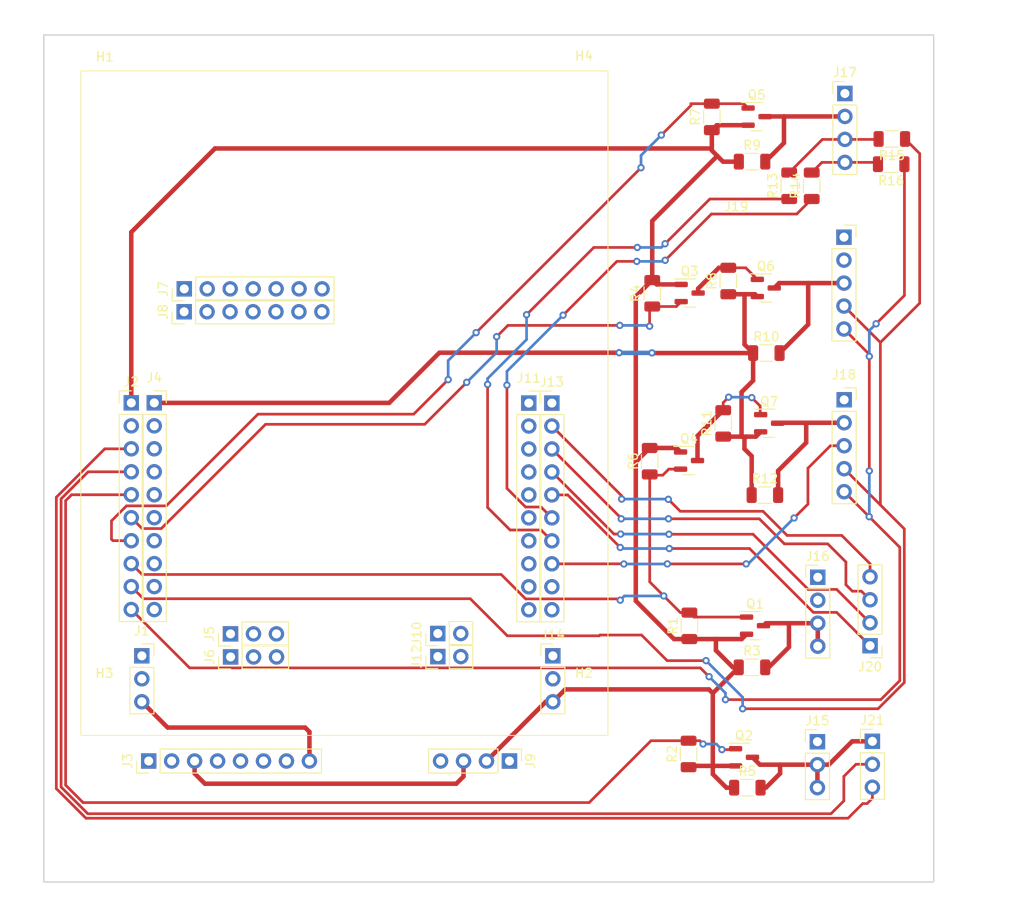
<source format=kicad_pcb>
(kicad_pcb (version 20211014) (generator pcbnew)
  (layers (0 "F.Cu" signal) (31 "B.Cu" power) (34 "B.Paste" user) (35 "F.Paste" user) (36 "B.SilkS" user "B.Silkscreen") (37 "F.SilkS" user "F.Silkscreen") (38 "B.Mask" user) (39 "F.Mask" user) (44 "Edge.Cuts" user))
  (net 0 "")
  (net 1 "GND")
  (net 2 "5V")
  (net 3 "3.3V")
  (net 5 "RX")
  (net 6 "TX")
  (net 7 "SMARTMESH_SLEEP")
  (net 8 "PM_SLEEP")
  (net 9 "CO2_SLEEP")
  (net 10 "ANEM_SLEEP")
  (net 11 "I2C_0 SCL")
  (net 12 "I2C_0 SDA")
  (net 14 "BAT")
  (net 60 "ULTRA_ECHO_2")
  (net 61 "ULTRA_TRIG_2")
  (net 62 "ULTRA_ECHO_1")
  (net 63 "ULTRA_TRIG_1")
  (net 64 "I2C_1 SDA")
  (net 65 "I2C_1 SCL")
  (net 66 "HOT_WIRE")
  (net 69 "Net-(J15-Pad2)")
  (net 70 "Net-(J16-Pad3)")
  (net 71 "Net-(J17-Pad2)")
  (net 72 "Net-(J18-Pad2)")
  (net 73 "Net-(J19-Pad3)")
  (net 74 "Net-(Q3-Pad3)")
  (net 75 "Net-(Q4-Pad3)")
  (net 76 "Net-(J17-Pad3)")
  (net 77 "Net-(J17-Pad4)")
  (net 78 "5V+")
  (footprint "Connector_PinHeader_2.54mm:PinHeader_1x10_P2.54mm_Vertical" (layer "F.Cu") (at 112.99 96.48)
    (fp_text reference "J2")
    (fp_text value "Conn_01x10_Female")
  )
  (footprint "Connector_PinSocket_2.54mm:PinSocket_1x10_P2.54mm_Vertical" (layer "F.Cu") (at 115.53 96.48)
    (fp_text reference "J4")
    (fp_text value "Conn_01x10_Female")
  )
  (footprint "Resistor_SMD:R_1206_3216Metric" (layer "F.Cu") (at 197.11 67.29 180)
    (fp_text reference "R15")
    (fp_text value "0")
  )
  (footprint "Resistor_SMD:R_1206_3216Metric" (layer "F.Cu") (at 185.76 72.47 90)
    (fp_text reference "R13")
    (fp_text value "0")
  )
  (footprint "Connector_PinHeader_2.54mm:PinHeader_1x02_P2.54mm_Vertical" (layer "F.Cu") (at 146.895 121.99 90)
    (fp_text reference "J10")
    (fp_text value "Conn_01x02_Female")
  )
  (footprint "MountingHole:MountingHole_3.2mm_M3" (layer "F.Cu") (at 110.06 62.41)
    (fp_text reference "H1")
    (fp_text value "MountingHole")
  )
  (footprint "Resistor_SMD:R_1206_3216Metric" (layer "F.Cu") (at 181.13 139.04)
    (fp_text reference "R5")
    (fp_text value "0")
  )
  (footprint "Connector_PinHeader_2.54mm:PinHeader_1x07_P2.54mm_Vertical" (layer "F.Cu") (at 118.835 86.4 90)
    (fp_text reference "J8")
    (fp_text value "Conn_01x07_Female")
  )
  (footprint "Connector_PinHeader_2.54mm:PinHeader_1x04_P2.54mm_Vertical" (layer "F.Cu") (at 188.92 115.77)
    (fp_text reference "J16")
    (fp_text value "Conn_01x04_Female")
  )
  (footprint "Resistor_SMD:R_1206_3216Metric" (layer "F.Cu") (at 183.07 106.68)
    (fp_text reference "R12")
    (fp_text value "0")
  )
  (footprint "Connector_PinHeader_2.54mm:PinHeader_1x04_P2.54mm_Vertical" (layer "F.Cu") (at 194.7 123.34 180)
    (fp_text reference "J20")
    (fp_text value "Conn_01x04_Female")
  )
  (footprint "Connector_PinHeader_2.54mm:PinHeader_1x03_P2.54mm_Vertical" (layer "F.Cu") (at 123.965 122.03 90)
    (fp_text reference "J5")
    (fp_text value "Conn_01x03_Female")
  )
  (footprint "Package_TO_SOT_SMD:SOT-23" (layer "F.Cu") (at 182.15 64.82)
    (fp_text reference "Q5")
    (fp_text value "AO3401A")
  )
  (footprint "Resistor_SMD:R_1206_3216Metric" (layer "F.Cu") (at 188.25 72.47 90)
    (fp_text reference "R14")
    (fp_text value "0")
  )
  (footprint "Resistor_SMD:R_1206_3216Metric" (layer "F.Cu") (at 181.64 125.73)
    (fp_text reference "R3")
    (fp_text value "0")
  )
  (footprint "Connector_PinHeader_2.54mm:PinHeader_1x08_P2.54mm_Vertical" (layer "F.Cu") (at 114.915 136.09 90)
    (fp_text reference "J3")
    (fp_text value "Conn_01x08_Female")
  )
  (footprint "Package_TO_SOT_SMD:SOT-23" (layer "F.Cu") (at 180.76 135.68)
    (fp_text reference "Q2")
    (fp_text value "AO3401A")
  )
  (footprint "Resistor_SMD:R_1206_3216Metric" (layer "F.Cu") (at 170.33 102.93 90)
    (fp_text reference "R6")
    (fp_text value "47k")
  )
  (footprint "MountingHole:MountingHole_3.2mm_M3" (layer "F.Cu") (at 163.06 62.31)
    (fp_text reference "H4")
    (fp_text value "MountingHole")
  )
  (footprint "Package_TO_SOT_SMD:SOT-23" (layer "F.Cu") (at 183.17 83.77)
    (fp_text reference "Q6")
    (fp_text value "AO3401A")
  )
  (footprint "Connector_PinHeader_2.54mm:PinHeader_1x07_P2.54mm_Vertical" (layer "F.Cu") (at 118.85 83.87 90)
    (fp_text reference "J7")
    (fp_text value "Conn_01x07_Female")
  )
  (footprint "Package_TO_SOT_SMD:SOT-23" (layer "F.Cu") (at 181.98 121.12)
    (fp_text reference "Q1")
    (fp_text value "AO3401A")
  )
  (footprint "MountingHole:MountingHole_3.2mm_M3" (layer "F.Cu") (at 110.02 130.59)
    (fp_text reference "H3")
    (fp_text value "MountingHole")
  )
  (footprint "Connector_PinHeader_2.54mm:PinHeader_1x03_P2.54mm_Vertical" (layer "F.Cu") (at 194.96 133.915)
    (fp_text reference "J21")
    (fp_text value "Conn_01x03_Female")
  )
  (footprint "Connector_PinHeader_2.54mm:PinHeader_1x03_P2.54mm_Vertical" (layer "F.Cu") (at 188.88 133.955)
    (fp_text reference "J15")
    (fp_text value "Conn_01x03_Female")
  )
  (footprint "Resistor_SMD:R_1206_3216Metric" (layer "F.Cu") (at 178.46 98.75 90)
    (fp_text reference "R11")
    (fp_text value "47k")
  )
  (footprint "Package_TO_SOT_SMD:SOT-23" (layer "F.Cu") (at 183.54 98.73)
    (fp_text reference "Q7")
    (fp_text value "AO3401A")
  )
  (footprint "Connector_PinHeader_2.54mm:PinHeader_1x03_P2.54mm_Vertical" (layer "F.Cu") (at 159.62 124.46)
    (fp_text reference "J14")
    (fp_text value "Conn_01x03_Female")
  )
  (footprint "Connector_PinSocket_2.54mm:PinSocket_1x05_P2.54mm_Vertical" (layer "F.Cu") (at 191.815 78.15)
    (fp_text reference "J19")
    (fp_text value "Conn_01x05_Female")
  )
  (footprint "Package_TO_SOT_SMD:SOT-23" (layer "F.Cu") (at 174.75 84.33)
    (fp_text reference "Q3")
    (fp_text value "2N7002E")
  )
  (footprint "Resistor_SMD:R_1206_3216Metric" (layer "F.Cu") (at 197.04 70.08 180)
    (fp_text reference "R16")
    (fp_text value "0")
  )
  (footprint "Resistor_SMD:R_1206_3216Metric" (layer "F.Cu") (at 181.65 69.8)
    (fp_text reference "R9")
    (fp_text value "0")
  )
  (footprint "Resistor_SMD:R_1206_3216Metric" (layer "F.Cu") (at 177.2 64.85 90)
    (fp_text reference "R7")
    (fp_text value "47k")
  )
  (footprint "Connector_PinHeader_2.54mm:PinHeader_1x10_P2.54mm_Vertical" (layer "F.Cu") (at 159.51 96.5)
    (fp_text reference "J13")
    (fp_text value "Conn_01x10_Female")
  )
  (footprint "Connector_PinSocket_2.54mm:PinSocket_1x05_P2.54mm_Vertical" (layer "F.Cu") (at 191.835 96.14)
    (fp_text reference "J18")
    (fp_text value "Conn_01x05_Female")
  )
  (footprint "Resistor_SMD:R_1206_3216Metric" (layer "F.Cu") (at 183.23 90.97)
    (fp_text reference "R10")
    (fp_text value "0")
  )
  (footprint "Connector_PinHeader_2.54mm:PinHeader_1x04_P2.54mm_Vertical" (layer "F.Cu") (at 191.92 62.26)
    (fp_text reference "J17")
    (fp_text value "Conn_01x04_Female")
  )
  (footprint "Connector_PinHeader_2.54mm:PinHeader_1x04_P2.54mm_Vertical" (layer "F.Cu") (at 154.82 136.09 -90)
    (fp_text reference "J9")
    (fp_text value "Conn_01x04_Female")
  )
  (footprint "Connector_PinSocket_2.54mm:PinSocket_1x03_P2.54mm_Vertical" (layer "F.Cu") (at 114.16 124.46)
    (fp_text reference "J1")
    (fp_text value "Conn_01x03_Female")
  )
  (footprint "Connector_PinHeader_2.54mm:PinHeader_1x02_P2.54mm_Vertical" (layer "F.Cu") (at 146.9 124.54 90)
    (fp_text reference "J12")
    (fp_text value "Conn_01x02_Female")
  )
  (footprint "Resistor_SMD:R_1206_3216Metric" (layer "F.Cu") (at 174.72 121.14 90)
    (fp_text reference "R1")
    (fp_text value "47k")
  )
  (footprint "MountingHole:MountingHole_3.2mm_M3" (layer "F.Cu") (at 163.06 130.58)
    (fp_text reference "H2")
    (fp_text value "MountingHole")
  )
  (footprint "Resistor_SMD:R_1206_3216Metric" (layer "F.Cu") (at 179.02 83 90)
    (fp_text reference "R8")
    (fp_text value "47k")
  )
  (footprint "Resistor_SMD:R_1206_3216Metric" (layer "F.Cu") (at 174.63 135.31 90)
    (fp_text reference "R2")
    (fp_text value "47k")
  )
  (footprint "Package_TO_SOT_SMD:SOT-23" (layer "F.Cu") (at 174.68 102.86)
    (fp_text reference "Q4")
    (fp_text value "2N7002E")
  )
  (footprint "Connector_PinSocket_2.54mm:PinSocket_1x10_P2.54mm_Vertical" (layer "F.Cu") (at 156.96 96.5)
    (fp_text reference "J11")
    (fp_text value "Conn_01x10_Female")
  )
  (footprint "Connector_PinHeader_2.54mm:PinHeader_1x03_P2.54mm_Vertical" (layer "F.Cu") (at 123.975 124.58 90)
    (fp_text reference "J6")
    (fp_text value "Conn_01x03_Female")
  )
  (footprint "Resistor_SMD:R_1206_3216Metric" (layer "F.Cu") (at 170.61 84.36 90)
    (fp_text reference "R4")
    (fp_text value "47k")
  )
  (gr_rect locked (start 107.41 59.76) (end 165.71 133.26) (layer "F.SilkS") (width 0.1) (fill none))
  (gr_rect (start 103.32 55.79) (end 201.74 149.47) (layer "Edge.Cuts") (width 0.15) (fill none))
  (segment (start 181.7675 90.97) (end 170.6 90.97) (width 0.5) (layer "F.Cu") (net 2))
  (segment (start 181.6075 102.3675) (end 180.81 101.57) (width 0.5) (layer "F.Cu") (net 2))
  (segment (start 178.46 100.2125) (end 180.4875 100.2125) (width 0.5) (layer "F.Cu") (net 2))
  (segment (start 181.7675 94.0125) (end 180.4875 95.2925) (width 0.5) (layer "F.Cu") (net 2))
  (segment (start 180.81 101.57) (end 180.81 100.4) (width 0.5) (layer "F.Cu") (net 2))
  (segment (start 180.9975 100.2125) (end 182.07 100.2125) (width 0.5) (layer "F.Cu") (net 2))
  (segment (start 170.6 90.97) (end 170.58 90.95) (width 0.5) (layer "F.Cu") (net 2))
  (segment (start 182.07 100.2125) (end 182.6025 99.68) (width 0.5) (layer "F.Cu") (net 2))
  (segment (start 181.7675 90.97) (end 181.7675 94.0125) (width 0.5) (layer "F.Cu") (net 2))
  (segment (start 180.4875 95.2925) (end 180.4875 100.2125) (width 0.5) (layer "F.Cu") (net 2))
  (segment (start 147.07 90.93) (end 141.52 96.48) (width 0.5) (layer "F.Cu") (net 2))
  (segment (start 181.6075 106.68) (end 181.6075 102.3675) (width 0.5) (layer "F.Cu") (net 2))
  (segment (start 181.7675 90.97) (end 180.8175 90.02) (width 0.5) (layer "F.Cu") (net 2))
  (segment (start 180.4875 100.2125) (end 180.9975 100.2125) (width 0.5) (layer "F.Cu") (net 2))
  (segment (start 179.02 84.4625) (end 180.8175 84.4625) (width 0.5) (layer "F.Cu") (net 2))
  (segment (start 180.8175 84.4625) (end 181.975 84.4625) (width 0.5) (layer "F.Cu") (net 2))
  (segment (start 141.52 96.48) (end 115.53 96.48) (width 0.5) (layer "F.Cu") (net 2))
  (segment (start 180.81 100.4) (end 180.9975 100.2125) (width 0.5) (layer "F.Cu") (net 2))
  (segment (start 181.975 84.4625) (end 182.2325 84.72) (width 0.5) (layer "F.Cu") (net 2))
  (segment (start 166.95 90.93) (end 147.07 90.93) (width 0.5) (layer "F.Cu") (net 2))
  (segment (start 180.8175 90.02) (end 180.8175 84.4625) (width 0.5) (layer "F.Cu") (net 2))
  (via (at 170.58 90.95) (size 0.8) (drill 0.4) (layers "F.Cu" "B.Cu") (net 2))
  (via (at 166.95 90.93) (size 0.8) (drill 0.4) (layers "F.Cu" "B.Cu") (net 2))
  (segment (start 166.97 90.95) (end 166.95 90.93) (width 0.5) (layer "B.Cu") (net 2))
  (segment (start 170.58 90.95) (end 166.97 90.95) (width 0.5) (layer "B.Cu") (net 2))
  (segment (start 177.31 136.63) (end 174.7725 136.63) (width 0.5) (layer "F.Cu") (net 3))
  (segment (start 177.6525 123.8525) (end 177.6525 122.6025) (width 0.5) (layer "F.Cu") (net 3))
  (segment (start 181.2125 65.77) (end 177.7425 65.77) (width 0.5) (layer "F.Cu") (net 3))
  (segment (start 174.72 122.6025) (end 177.6525 122.6025) (width 0.5) (layer "F.Cu") (net 3))
  (segment (start 173.8125 83.38) (end 171.0925 83.38) (width 0.5) (layer "F.Cu") (net 3))
  (segment (start 122.25 68.34) (end 177.08 68.34) (width 0.5) (layer "F.Cu") (net 3))
  (segment (start 173.0125 122.6025) (end 174.72 122.6025) (width 0.5) (layer "F.Cu") (net 3))
  (segment (start 180.51 122.6025) (end 181.0425 122.07) (width 0.5) (layer "F.Cu") (net 3))
  (segment (start 152.28 136.09) (end 158.83 129.54) (width 0.5) (layer "F.Cu") (net 3))
  (segment (start 180.1875 69.8) (end 178.44 69.8) (width 0.5) (layer "F.Cu") (net 3))
  (segment (start 177.6525 122.6025) (end 180.51 122.6025) (width 0.5) (layer "F.Cu") (net 3))
  (segment (start 168.79 84.7175) (end 170.61 82.8975) (width 0.5) (layer "F.Cu") (net 3))
  (segment (start 112.99 77.6) (end 122.25 68.34) (width 0.5) (layer "F.Cu") (net 3))
  (segment (start 180.1775 125.73) (end 177.31 128.5975) (width 0.5) (layer "F.Cu") (net 3))
  (segment (start 168.79 103.0075) (end 168.79 118.38) (width 0.5) (layer "F.Cu") (net 3))
  (segment (start 173.3 101.4675) (end 173.7425 101.91) (width 0.5) (layer "F.Cu") (net 3))
  (segment (start 177.31 137.54) (end 177.31 136.63) (width 0.5) (layer "F.Cu") (net 3))
  (segment (start 177.2 68.22) (end 177.2 66.3125) (width 0.5) (layer "F.Cu") (net 3))
  (segment (start 171.0925 83.38) (end 170.61 82.8975) (width 0.5) (layer "F.Cu") (net 3))
  (segment (start 177.08 68.34) (end 177.2 68.22) (width 0.5) (layer "F.Cu") (net 3))
  (segment (start 170.33 101.4675) (end 173.3 101.4675) (width 0.5) (layer "F.Cu") (net 3))
  (segment (start 160.99 128.17) (end 176.8825 128.17) (width 0.5) (layer "F.Cu") (net 3))
  (segment (start 168.79 118.38) (end 173.0125 122.6025) (width 0.5) (layer "F.Cu") (net 3))
  (segment (start 178.81 139.04) (end 177.31 137.54) (width 0.5) (layer "F.Cu") (net 3))
  (segment (start 176.8825 128.17) (end 177.31 128.5975) (width 0.5) (layer "F.Cu") (net 3))
  (segment (start 174.7725 136.63) (end 174.63 136.7725) (width 0.5) (layer "F.Cu") (net 3))
  (segment (start 168.79 103.0075) (end 168.79 84.7175) (width 0.5) (layer "F.Cu") (net 3))
  (segment (start 179.53 125.73) (end 177.6525 123.8525) (width 0.5) (layer "F.Cu") (net 3))
  (segment (start 159.62 129.54) (end 160.99 128.17) (width 0.5) (layer "F.Cu") (net 3))
  (segment (start 179.8225 136.63) (end 177.31 136.63) (width 0.5) (layer "F.Cu") (net 3))
  (segment (start 170.61 82.8975) (end 170.61 76.36) (width 0.5) (layer "F.Cu") (net 3))
  (segment (start 170.33 101.4675) (end 168.79 103.0075) (width 0.5) (layer "F.Cu") (net 3))
  (segment (start 177.31 128.5975) (end 177.31 136.63) (width 0.5) (layer "F.Cu") (net 3))
  (segment (start 177.805 69.165) (end 177.2 68.56) (width 0.5) (layer "F.Cu") (net 3))
  (segment (start 179.6675 139.04) (end 178.81 139.04) (width 0.5) (layer "F.Cu") (net 3))
  (segment (start 178.44 69.8) (end 177.805 69.165) (width 0.5) (layer "F.Cu") (net 3))
  (segment (start 158.83 129.54) (end 159.62 129.54) (width 0.5) (layer "F.Cu") (net 3))
  (segment (start 177.2 68.56) (end 177.2 68.22) (width 0.5) (layer "F.Cu") (net 3))
  (segment (start 170.61 76.36) (end 177.805 69.165) (width 0.5) (layer "F.Cu") (net 3))
  (segment (start 112.99 96.48) (end 112.99 77.6) (width 0.5) (layer "F.Cu") (net 3))
  (segment (start 180.1775 125.73) (end 179.53 125.73) (width 0.5) (layer "F.Cu") (net 3))
  (segment (start 177.7425 65.77) (end 177.2 66.3125) (width 0.5) (layer "F.Cu") (net 3))
  (segment (start 104.7 106.915788) (end 104.7 139.144212) (width 0.3) (layer "F.Cu") (net 5))
  (segment (start 194.96 140.21) (end 194.96 138.995) (width 0.3) (layer "F.Cu") (net 5))
  (segment (start 104.7 139.144212) (end 107.975788 142.42) (width 0.3) (layer "F.Cu") (net 5))
  (segment (start 194.37 140.8) (end 194.96 140.21) (width 0.3) (layer "F.Cu") (net 5))
  (segment (start 192.27 142.42) (end 193.89 140.8) (width 0.3) (layer "F.Cu") (net 5))
  (segment (start 110.055788 101.56) (end 104.7 106.915788) (width 0.3) (layer "F.Cu") (net 5))
  (segment (start 112.99 101.56) (end 110.055788 101.56) (width 0.3) (layer "F.Cu") (net 5))
  (segment (start 193.89 140.8) (end 194.37 140.8) (width 0.3) (layer "F.Cu") (net 5))
  (segment (start 107.975788 142.42) (end 192.27 142.42) (width 0.3) (layer "F.Cu") (net 5))
  (segment (start 108.182894 141.92) (end 190.38 141.92) (width 0.3) (layer "F.Cu") (net 6))
  (segment (start 108.222894 104.1) (end 105.23 107.092894) (width 0.3) (layer "F.Cu") (net 6))
  (segment (start 105.23 138.967106) (end 108.182894 141.92) (width 0.3) (layer "F.Cu") (net 6))
  (segment (start 191.8 140.5) (end 191.8 137.8) (width 0.3) (layer "F.Cu") (net 6))
  (segment (start 105.23 107.092894) (end 105.23 138.967106) (width 0.3) (layer "F.Cu") (net 6))
  (segment (start 112.99 104.1) (end 108.222894 104.1) (width 0.3) (layer "F.Cu") (net 6))
  (segment (start 193.145 136.455) (end 194.96 136.455) (width 0.3) (layer "F.Cu") (net 6))
  (segment (start 191.8 137.8) (end 193.145 136.455) (width 0.3) (layer "F.Cu") (net 6))
  (segment (start 190.38 141.92) (end 191.8 140.5) (width 0.3) (layer "F.Cu") (net 6))
  (segment (start 107.66 140.69) (end 163.63 140.69) (width 0.3) (layer "F.Cu") (net 7))
  (segment (start 178.32 134.83) (end 179.7225 134.83) (width 0.3) (layer "F.Cu") (net 7))
  (segment (start 175.8675 133.8475) (end 176.23 134.21) (width 0.3) (layer "F.Cu") (net 7))
  (segment (start 174.63 133.8475) (end 175.8675 133.8475) (width 0.3) (layer "F.Cu") (net 7))
  (segment (start 105.73 107.3) (end 105.73 138.76) (width 0.3) (layer "F.Cu") (net 7))
  (segment (start 105.73 138.76) (end 107.66 140.69) (width 0.3) (layer "F.Cu") (net 7))
  (segment (start 163.63 140.69) (end 170.4725 133.8475) (width 0.3) (layer "F.Cu") (net 7))
  (segment (start 112.99 106.64) (end 106.39 106.64) (width 0.3) (layer "F.Cu") (net 7))
  (segment (start 106.39 106.64) (end 105.73 107.3) (width 0.3) (layer "F.Cu") (net 7))
  (segment (start 179.7225 134.83) (end 179.8225 134.73) (width 0.3) (layer "F.Cu") (net 7))
  (segment (start 170.4725 133.8475) (end 174.63 133.8475) (width 0.3) (layer "F.Cu") (net 7))
  (via (at 176.23 134.21) (size 0.8) (drill 0.4) (layers "F.Cu" "B.Cu") (net 7))
  (via (at 178.32 134.83) (size 0.8) (drill 0.4) (layers "F.Cu" "B.Cu") (net 7))
  (segment (start 176.23 134.21) (end 177.7 134.21) (width 0.3) (layer "B.Cu") (net 7))
  (segment (start 177.7 134.21) (end 178.32 134.83) (width 0.3) (layer "B.Cu") (net 7))
  (segment (start 116.31 110.38) (end 125.93 100.76) (width 0.3) (layer "F.Cu") (net 8))
  (segment (start 144.74 98.85) (end 145.45 98.85) (width 0.3) (layer "F.Cu") (net 8))
  (segment (start 145.45 98.85) (end 150.09 94.21) (width 0.3) (layer "F.Cu") (net 8))
  (segment (start 114.19 110.38) (end 116.31 110.38) (width 0.3) (layer "F.Cu") (net 8))
  (segment (start 112.99 109.18) (end 114.19 110.38) (width 0.3) (layer "F.Cu") (net 8))
  (segment (start 153.4 89.16) (end 154.65 87.91) (width 0.3) (layer "F.Cu") (net 8))
  (segment (start 154.65 87.91) (end 167.02 87.91) (width 0.3) (layer "F.Cu") (net 8))
  (segment (start 170.61 85.8225) (end 173.27 85.8225) (width 0.3) (layer "F.Cu") (net 8))
  (segment (start 170.32 86.1125) (end 170.61 85.8225) (width 0.3) (layer "F.Cu") (net 8))
  (segment (start 173.27 85.8225) (end 173.8125 85.28) (width 0.3) (layer "F.Cu") (net 8))
  (segment (start 127.84 98.85) (end 144.74 98.85) (width 0.3) (layer "F.Cu") (net 8))
  (segment (start 125.93 100.76) (end 127.84 98.85) (width 0.3) (layer "F.Cu") (net 8))
  (segment (start 170.32 88) (end 170.32 86.1125) (width 0.3) (layer "F.Cu") (net 8))
  (via (at 150.09 94.21) (size 0.8) (drill 0.4) (layers "F.Cu" "B.Cu") (net 8))
  (via (at 153.4 89.16) (size 0.8) (drill 0.4) (layers "F.Cu" "B.Cu") (net 8))
  (via (at 170.32 88) (size 0.8) (drill 0.4) (layers "F.Cu" "B.Cu") (net 8))
  (via (at 167.02 87.91) (size 0.8) (drill 0.4) (layers "F.Cu" "B.Cu") (net 8))
  (segment (start 167.02 87.91) (end 170.23 87.91) (width 0.3) (layer "B.Cu") (net 8))
  (segment (start 153.4 90.9) (end 153.4 89.16) (width 0.3) (layer "B.Cu") (net 8))
  (segment (start 150.09 94.21) (end 153.4 90.9) (width 0.3) (layer "B.Cu") (net 8))
  (segment (start 170.23 87.91) (end 170.32 88) (width 0.3) (layer "B.Cu") (net 8))
  (segment (start 174.8925 63.5875) (end 171.62 66.86) (width 0.3) (layer "F.Cu") (net 9))
  (segment (start 177.2 63.3875) (end 180.73 63.3875) (width 0.3) (layer "F.Cu") (net 9))
  (segment (start 116.86 107.87) (end 127 97.73) (width 0.3) (layer "F.Cu") (net 9))
  (segment (start 151.13 88.71) (end 169.37 70.47) (width 0.3) (layer "F.Cu") (net 9))
  (segment (start 180.73 63.3875) (end 181.2125 63.87) (width 0.3) (layer "F.Cu") (net 9))
  (segment (start 112.99 111.72) (end 110.96 111.72) (width 0.3) (layer "F.Cu") (net 9))
  (segment (start 112.462943 107.87) (end 116.86 107.87) (width 0.3) (layer "F.Cu") (net 9))
  (segment (start 144.22 97.73) (end 148.04 93.91) (width 0.3) (layer "F.Cu") (net 9))
  (segment (start 127 97.73) (end 144.22 97.73) (width 0.3) (layer "F.Cu") (net 9))
  (segment (start 110.8 111.56) (end 110.8 109.532943) (width 0.3) (layer "F.Cu") (net 9))
  (segment (start 110.96 111.72) (end 110.8 111.56) (width 0.3) (layer "F.Cu") (net 9))
  (segment (start 174.8925 63.3875) (end 177.2 63.3875) (width 0.3) (layer "F.Cu") (net 9))
  (segment (start 110.8 109.532943) (end 112.462943 107.87) (width 0.3) (layer "F.Cu") (net 9))
  (segment (start 174.8925 63.3875) (end 174.8925 63.5875) (width 0.3) (layer "F.Cu") (net 9))
  (via (at 151.13 88.71) (size 0.8) (drill 0.4) (layers "F.Cu" "B.Cu") (net 9))
  (via (at 169.37 70.47) (size 0.8) (drill 0.4) (layers "F.Cu" "B.Cu") (net 9))
  (via (at 171.62 66.86) (size 0.8) (drill 0.4) (layers "F.Cu" "B.Cu") (net 9))
  (via (at 148.04 93.91) (size 0.8) (drill 0.4) (layers "F.Cu" "B.Cu") (net 9))
  (segment (start 148.04 93.91) (end 148.04 91.8) (width 0.3) (layer "B.Cu") (net 9))
  (segment (start 171.62 66.86) (end 169.37 69.11) (width 0.3) (layer "B.Cu") (net 9))
  (segment (start 169.37 69.11) (end 169.37 70.47) (width 0.3) (layer "B.Cu") (net 9))
  (segment (start 148.04 91.8) (end 151.13 88.71) (width 0.3) (layer "B.Cu") (net 9))
  (segment (start 156.602943 118.16) (end 166.93 118.16) (width 0.3) (layer "F.Cu") (net 10))
  (segment (start 174.72 119.6775) (end 173.7275 119.6775) (width 0.3) (layer "F.Cu") (net 10))
  (segment (start 170.33 116.28) (end 170.33 104.3925) (width 0.3) (layer "F.Cu") (net 10))
  (segment (start 172.44 103.81) (end 171.77 104.48) (width 0.3) (layer "F.Cu") (net 10))
  (segment (start 170.4175 104.48) (end 170.33 104.3925) (width 0.3) (layer "F.Cu") (net 10))
  (segment (start 114.19 115.46) (end 153.902943 115.46) (width 0.3) (layer "F.Cu") (net 10))
  (segment (start 175.2125 120.17) (end 181.0425 120.17) (width 0.3) (layer "F.Cu") (net 10))
  (segment (start 171.885 117.835) (end 170.33 116.28) (width 0.3) (layer "F.Cu") (net 10))
  (segment (start 166.93 118.16) (end 167.07 118.3) (width 0.3) (layer "F.Cu") (net 10))
  (segment (start 173.7425 103.81) (end 172.44 103.81) (width 0.3) (layer "F.Cu") (net 10))
  (segment (start 112.99 114.26) (end 114.19 115.46) (width 0.3) (layer "F.Cu") (net 10))
  (segment (start 173.7275 119.6775) (end 171.885 117.835) (width 0.3) (layer "F.Cu") (net 10))
  (segment (start 174.72 119.6775) (end 175.2125 120.17) (width 0.3) (layer "F.Cu") (net 10))
  (segment (start 171.77 104.48) (end 170.4175 104.48) (width 0.3) (layer "F.Cu") (net 10))
  (segment (start 153.902943 115.46) (end 156.602943 118.16) (width 0.3) (layer "F.Cu") (net 10))
  (via (at 167.07 118.3) (size 0.8) (drill 0.4) (layers "F.Cu" "B.Cu") (net 10))
  (via (at 171.885 117.835) (size 0.8) (drill 0.4) (layers "F.Cu" "B.Cu") (net 10))
  (segment (start 167.535 117.835) (end 171.885 117.835) (width 0.3) (layer "B.Cu") (net 10))
  (segment (start 167.07 118.3) (end 167.535 117.835) (width 0.3) (layer "B.Cu") (net 10))
  (segment (start 172.26 124.99) (end 176.56 124.99) (width 0.3) (layer "F.Cu") (net 11))
  (segment (start 164.82 122.16) (end 169.43 122.16) (width 0.3) (layer "F.Cu") (net 11))
  (segment (start 200.19 85.45) (end 200.19 68.9075) (width 0.3) (layer "F.Cu") (net 11))
  (segment (start 171.67 124.4) (end 172.26 124.99) (width 0.3) (layer "F.Cu") (net 11))
  (segment (start 150.48 118.14) (end 154.58 122.24) (width 0.3) (layer "F.Cu") (net 11))
  (segment (start 164.74 122.24) (end 164.82 122.16) (width 0.3) (layer "F.Cu") (net 11))
  (segment (start 195.8425 107.7675) (end 191.835 103.76) (width 0.3) (layer "F.Cu") (net 11))
  (segment (start 180.61 130.31) (end 195.587106 130.31) (width 0.3) (layer "F.Cu") (net 11))
  (segment (start 154.58 122.24) (end 164.74 122.24) (width 0.3) (layer "F.Cu") (net 11))
  (segment (start 169.43 122.16) (end 171.67 124.4) (width 0.3) (layer "F.Cu") (net 11))
  (segment (start 195.8425 89.7975) (end 191.815 85.77) (width 0.3) (layer "F.Cu") (net 11))
  (segment (start 198.49 127.407106) (end 198.49 110.415) (width 0.3) (layer "F.Cu") (net 11))
  (segment (start 195.8425 107.7675) (end 195.8425 89.7975) (width 0.3) (layer "F.Cu") (net 11))
  (segment (start 198.49 110.415) (end 195.8425 107.7675) (width 0.3) (layer "F.Cu") (net 11))
  (segment (start 200.19 68.9075) (end 198.5725 67.29) (width 0.3) (layer "F.Cu") (net 11))
  (segment (start 112.99 116.8) (end 114.33 118.14) (width 0.3) (layer "F.Cu") (net 11))
  (segment (start 195.587106 130.31) (end 198.49 127.407106) (width 0.3) (layer "F.Cu") (net 11))
  (segment (start 195.8425 89.7975) (end 200.19 85.45) (width 0.3) (layer "F.Cu") (net 11))
  (segment (start 114.33 118.14) (end 150.48 118.14) (width 0.3) (layer "F.Cu") (net 11))
  (via (at 176.56 124.99) (size 0.8) (drill 0.4) (layers "F.Cu" "B.Cu") (net 11))
  (via (at 180.61 130.31) (size 0.8) (drill 0.4) (layers "F.Cu" "B.Cu") (net 11))
  (segment (start 176.56 124.99) (end 180.61 129.04) (width 0.3) (layer "B.Cu") (net 11))
  (segment (start 180.61 129.04) (end 180.61 130.31) (width 0.3) (layer "B.Cu") (net 11))
  (segment (start 119.44 125.79) (end 175.93 125.79) (width 0.3) (layer "F.Cu") (net 12))
  (segment (start 194.6025 109.0675) (end 191.835 106.3) (width 0.3) (layer "F.Cu") (net 12))
  (segment (start 112.99 119.34) (end 119.44 125.79) (width 0.3) (layer "F.Cu") (net 12))
  (segment (start 194.62 91.115) (end 194.62 91.34) (width 0.3) (layer "F.Cu") (net 12))
  (segment (start 178.71 129.3) (end 195.89 129.3) (width 0.3) (layer "F.Cu") (net 12))
  (segment (start 197.99 112.455) (end 194.6025 109.0675) (width 0.3) (layer "F.Cu") (net 12))
  (segment (start 191.815 88.31) (end 194.62 91.115) (width 0.3) (layer "F.Cu") (net 12))
  (segment (start 194.62 91.34) (end 194.62 104) (width 0.3) (layer "F.Cu") (net 12))
  (segment (start 195.89 129.3) (end 197.99 127.2) (width 0.3) (layer "F.Cu") (net 12))
  (segment (start 175.93 125.79) (end 176.9 126.76) (width 0.3) (layer "F.Cu") (net 12))
  (segment (start 198.5025 84.5975) (end 195.37 87.73) (width 0.3) (layer "F.Cu") (net 12))
  (segment (start 197.99 127.2) (end 197.99 112.455) (width 0.3) (layer "F.Cu") (net 12))
  (segment (start 198.5025 70.08) (end 198.5025 84.5975) (width 0.3) (layer "F.Cu") (net 12))
  (via (at 194.6025 109.0675) (size 0.8) (drill 0.4) (layers "F.Cu" "B.Cu") (net 12))
  (via (at 194.62 104) (size 0.8) (drill 0.4) (layers "F.Cu" "B.Cu") (net 12))
  (via (at 178.71 129.3) (size 0.8) (drill 0.4) (layers "F.Cu" "B.Cu") (net 12))
  (via (at 195.37 87.73) (size 0.8) (drill 0.4) (layers "F.Cu" "B.Cu") (net 12))
  (via (at 194.62 91.34) (size 0.8) (drill 0.4) (layers "F.Cu" "B.Cu") (net 12))
  (via (at 176.9 126.76) (size 0.8) (drill 0.4) (layers "F.Cu" "B.Cu") (net 12))
  (segment (start 194.62 88.48) (end 194.62 91.34) (width 0.3) (layer "B.Cu") (net 12))
  (segment (start 195.37 87.73) (end 194.62 88.48) (width 0.3) (layer "B.Cu") (net 12))
  (segment (start 194.62 104) (end 194.62 109.05) (width 0.3) (layer "B.Cu") (net 12))
  (segment (start 194.62 109.05) (end 194.6025 109.0675) (width 0.3) (layer "B.Cu") (net 12))
  (segment (start 176.9 126.76) (end 178.71 128.57) (width 0.3) (layer "B.Cu") (net 12))
  (segment (start 178.71 128.57) (end 178.71 129.3) (width 0.3) (layer "B.Cu") (net 12))
  (segment (start 149.74 136.09) (end 149.74 137.8) (width 0.5) (layer "F.Cu") (net 14))
  (segment (start 148.94 138.6) (end 121.13 138.6) (width 0.5) (layer "F.Cu") (net 14))
  (segment (start 149.74 137.8) (end 148.94 138.6) (width 0.5) (layer "F.Cu") (net 14))
  (segment (start 119.995 137.465) (end 119.995 136.09) (width 0.5) (layer "F.Cu") (net 14))
  (segment (start 121.13 138.6) (end 119.995 137.465) (width 0.5) (layer "F.Cu") (net 14))
  (segment (start 173.71 108.47) (end 182.86 108.47) (width 0.3) (layer "F.Cu") (net 60))
  (segment (start 159.51 99.04) (end 167.23 106.76) (width 0.3) (layer "F.Cu") (net 60))
  (segment (start 167.23 106.76) (end 167.23 107.12) (width 0.3) (layer "F.Cu") (net 60))
  (segment (start 172.39 107.15) (end 173.71 108.47) (width 0.3) (layer "F.Cu") (net 60))
  (segment (start 185.53 111.14) (end 191.57 111.14) (width 0.3) (layer "F.Cu") (net 60))
  (segment (start 194.7 114.27) (end 194.7 115.72) (width 0.3) (layer "F.Cu") (net 60))
  (segment (start 182.86 108.47) (end 185.53 111.14) (width 0.3) (layer "F.Cu") (net 60))
  (segment (start 191.57 111.14) (end 194.7 114.27) (width 0.3) (layer "F.Cu") (net 60))
  (via (at 167.23 107.12) (size 0.8) (drill 0.4) (layers "F.Cu" "B.Cu") (net 60))
  (via (at 172.39 107.15) (size 0.8) (drill 0.4) (layers "F.Cu" "B.Cu") (net 60))
  (segment (start 172.36 107.12) (end 172.39 107.15) (width 0.3) (layer "B.Cu") (net 60))
  (segment (start 167.23 107.12) (end 172.36 107.12) (width 0.3) (layer "B.Cu") (net 60))
  (segment (start 190.02 112.07) (end 192.03 114.08) (width 0.3) (layer "F.Cu") (net 61))
  (segment (start 172.41 109.3) (end 182.45 109.3) (width 0.3) (layer "F.Cu") (net 61))
  (segment (start 192.03 114.08) (end 192.03 116.59) (width 0.3) (layer "F.Cu") (net 61))
  (segment (start 192.75 117.31) (end 193.75 117.31) (width 0.3) (layer "F.Cu") (net 61))
  (segment (start 185.22 112.07) (end 190.02 112.07) (width 0.3) (layer "F.Cu") (net 61))
  (segment (start 159.51 101.58) (end 167.18 109.25) (width 0.3) (layer "F.Cu") (net 61))
  (segment (start 193.75 117.31) (end 194.7 118.26) (width 0.3) (layer "F.Cu") (net 61))
  (segment (start 167.18 109.25) (end 167.18 109.3) (width 0.3) (layer "F.Cu") (net 61))
  (segment (start 182.45 109.3) (end 185.22 112.07) (width 0.3) (layer "F.Cu") (net 61))
  (segment (start 192.03 116.59) (end 192.75 117.31) (width 0.3) (layer "F.Cu") (net 61))
  (via (at 167.18 109.3) (size 0.8) (drill 0.4) (layers "F.Cu" "B.Cu") (net 61))
  (via (at 172.41 109.3) (size 0.8) (drill 0.4) (layers "F.Cu" "B.Cu") (net 61))
  (segment (start 167.18 109.3) (end 172.41 109.3) (width 0.3) (layer "B.Cu") (net 61))
  (segment (start 187.86 117.11) (end 191.01 117.11) (width 0.3) (layer "F.Cu") (net 62))
  (segment (start 191.01 117.11) (end 194.7 120.8) (width 0.3) (layer "F.Cu") (net 62))
  (segment (start 159.51 104.12) (end 166.38 110.99) (width 0.3) (layer "F.Cu") (net 62))
  (segment (start 181.76 111.01) (end 187.86 117.11) (width 0.3) (layer "F.Cu") (net 62))
  (segment (start 166.38 110.99) (end 167.11 110.99) (width 0.3) (layer "F.Cu") (net 62))
  (segment (start 172.46 111.01) (end 181.76 111.01) (width 0.3) (layer "F.Cu") (net 62))
  (via (at 167.11 110.99) (size 0.8) (drill 0.4) (layers "F.Cu" "B.Cu") (net 62))
  (via (at 172.46 111.01) (size 0.8) (drill 0.4) (layers "F.Cu" "B.Cu") (net 62))
  (segment (start 172.44 110.99) (end 172.46 111.01) (width 0.3) (layer "B.Cu") (net 62))
  (segment (start 167.11 110.99) (end 172.44 110.99) (width 0.3) (layer "B.Cu") (net 62))
  (segment (start 172.5 112.59) (end 181.37 112.59) (width 0.3) (layer "F.Cu") (net 63))
  (segment (start 159.51 106.66) (end 161.26 106.66) (width 0.3) (layer "F.Cu") (net 63))
  (segment (start 181.37 112.59) (end 188.43 119.65) (width 0.3) (layer "F.Cu") (net 63))
  (segment (start 188.43 119.65) (end 191.01 119.65) (width 0.3) (layer "F.Cu") (net 63))
  (segment (start 161.26 106.66) (end 167.07 112.47) (width 0.3) (layer "F.Cu") (net 63))
  (segment (start 191.01 119.65) (end 194.7 123.34) (width 0.3) (layer "F.Cu") (net 63))
  (via (at 167.07 112.47) (size 0.8) (drill 0.4) (layers "F.Cu" "B.Cu") (net 63))
  (via (at 172.5 112.59) (size 0.8) (drill 0.4) (layers "F.Cu" "B.Cu") (net 63))
  (segment (start 167.07 112.47) (end 167.19 112.59) (width 0.3) (layer "B.Cu") (net 63))
  (segment (start 167.19 112.59) (end 172.5 112.59) (width 0.3) (layer "B.Cu") (net 63))
  (segment (start 158.31 108) (end 156.602943 108) (width 0.3) (layer "F.Cu") (net 64))
  (segment (start 154.54 105.937057) (end 154.54 94.52) (width 0.3) (layer "F.Cu") (net 64))
  (segment (start 156.602943 108) (end 154.54 105.937057) (width 0.3) (layer "F.Cu") (net 64))
  (segment (start 172.04 80.71) (end 177.16 75.59) (width 0.3) (layer "F.Cu") (net 64))
  (segment (start 166.7 80.83) (end 168.9 80.83) (width 0.3) (layer "F.Cu") (net 64))
  (segment (start 160.75 86.78) (end 166.7 80.83) (width 0.3) (layer "F.Cu") (net 64))
  (segment (start 177.16 75.59) (end 186.5925 75.59) (width 0.3) (layer "F.Cu") (net 64))
  (segment (start 186.5925 75.59) (end 188.25 73.9325) (width 0.3) (layer "F.Cu") (net 64))
  (segment (start 159.51 109.2) (end 158.31 108) (width 0.3) (layer "F.Cu") (net 64))
  (via (at 168.9 80.83) (size 0.8) (drill 0.4) (layers "F.Cu" "B.Cu") (net 64))
  (via (at 160.75 86.78) (size 0.8) (drill 0.4) (layers "F.Cu" "B.Cu") (net 64))
  (via (at 154.54 94.52) (size 0.8) (drill 0.4) (layers "F.Cu" "B.Cu") (net 64))
  (via (at 172.04 80.71) (size 0.8) (drill 0.4) (layers "F.Cu" "B.Cu") (net 64))
  (segment (start 154.54 94.52) (end 154.54 92.99) (width 0.3) (layer "B.Cu") (net 64))
  (segment (start 154.54 92.99) (end 160.75 86.78) (width 0.3) (layer "B.Cu") (net 64))
  (segment (start 171.92 80.83) (end 172.04 80.71) (width 0.3) (layer "B.Cu") (net 64))
  (segment (start 168.9 80.83) (end 171.92 80.83) (width 0.3) (layer "B.Cu") (net 64))
  (segment (start 154.6 110.25) (end 152.4 108.05) (width 0.3) (layer "F.Cu") (net 65))
  (segment (start 154.89 110.54) (end 154.6 110.25) (width 0.3) (layer "F.Cu") (net 65))
  (segment (start 158.31 110.54) (end 154.89 110.54) (width 0.3) (layer "F.Cu") (net 65))
  (segment (start 156.71 86.73) (end 164.15 79.29) (width 0.3) (layer "F.Cu") (net 65))
  (segment (start 159.51 111.74) (end 158.31 110.54) (width 0.3) (layer "F.Cu") (net 65))
  (segment (start 164.15 79.29) (end 168.96 79.29) (width 0.3) (layer "F.Cu") (net 65))
  (segment (start 176.9775 73.9325) (end 185.76 73.9325) (width 0.3) (layer "F.Cu") (net 65))
  (segment (start 152.4 108.05) (end 152.4 94.44) (width 0.3) (layer "F.Cu") (net 65))
  (segment (start 172.03 78.88) (end 176.9775 73.9325) (width 0.3) (layer "F.Cu") (net 65))
  (via (at 168.96 79.29) (size 0.8) (drill 0.4) (layers "F.Cu" "B.Cu") (net 65))
  (via (at 152.4 94.44) (size 0.8) (drill 0.4) (layers "F.Cu" "B.Cu") (net 65))
  (via (at 156.71 86.73) (size 0.8) (drill 0.4) (layers "F.Cu" "B.Cu") (net 65))
  (via (at 172.03 78.88) (size 0.8) (drill 0.4) (layers "F.Cu" "B.Cu") (net 65))
  (segment (start 156.71 89.48) (end 156.71 86.73) (width 0.3) (layer "B.Cu") (net 65))
  (segment (start 152.4 94.44) (end 152.4 93.79) (width 0.3) (layer "B.Cu") (net 65))
  (segment (start 168.96 79.29) (end 171.62 79.29) (width 0.3) (layer "B.Cu") (net 65))
  (segment (start 153.26 92.93) (end 156.71 89.48) (width 0.3) (layer "B.Cu") (net 65))
  (segment (start 171.62 79.29) (end 172.03 78.88) (width 0.3) (layer "B.Cu") (net 65))
  (segment (start 152.4 93.79) (end 153.26 92.93) (width 0.3) (layer "B.Cu") (net 65))
  (segment (start 187.83 107.68) (end 187.83 103.71) (width 0.3) (layer "F.Cu") (net 66))
  (segment (start 187.83 103.71) (end 190.32 101.22) (width 0.3) (layer "F.Cu") (net 66))
  (segment (start 172.28 114.29) (end 181 114.29) (width 0.3) (layer "F.Cu") (net 66))
  (segment (start 190.32 101.22) (end 191.835 101.22) (width 0.3) (layer "F.Cu") (net 66))
  (segment (start 159.51 114.28) (end 167.45 114.28) (width 0.3) (layer "F.Cu") (net 66))
  (segment (start 167.45 114.28) (end 167.47 114.3) (width 0.3) (layer "F.Cu") (net 66))
  (segment (start 186.3 109.21) (end 187.83 107.68) (width 0.3) (layer "F.Cu") (net 66))
  (via (at 172.28 114.29) (size 0.8) (drill 0.4) (layers "F.Cu" "B.Cu") (net 66))
  (via (at 167.47 114.3) (size 0.8) (drill 0.4) (layers "F.Cu" "B.Cu") (net 66))
  (via (at 186.3 109.21) (size 0.8) (drill 0.4) (layers "F.Cu" "B.Cu") (net 66))
  (via (at 181 114.29) (size 0.8) (drill 0.4) (layers "F.Cu" "B.Cu") (net 66))
  (segment (start 181 114.29) (end 181.22 114.29) (width 0.3) (layer "B.Cu") (net 66))
  (segment (start 172.27 114.3) (end 172.28 114.29) (width 0.3) (layer "B.Cu") (net 66))
  (segment (start 181.22 114.29) (end 186.3 109.21) (width 0.3) (layer "B.Cu") (net 66))
  (segment (start 167.47 114.3) (end 172.27 114.3) (width 0.3) (layer "B.Cu") (net 66))
  (segment (start 190.145 136.495) (end 192.725 133.915) (width 0.5) (layer "F.Cu") (net 69))
  (segment (start 188.88 139.035) (end 188.88 136.495) (width 0.5) (layer "F.Cu") (net 69))
  (segment (start 182.5125 136.495) (end 184.755 136.495) (width 0.5) (layer "F.Cu") (net 69))
  (segment (start 184.755 136.495) (end 188.88 136.495) (width 0.5) (layer "F.Cu") (net 69))
  (segment (start 182.5925 139.04) (end 183.18 139.04) (width 0.5) (layer "F.Cu") (net 69))
  (segment (start 192.725 133.915) (end 194.96 133.915) (width 0.5) (layer "F.Cu") (net 69))
  (segment (start 184.755 137.465) (end 184.755 136.495) (width 0.5) (layer "F.Cu") (net 69))
  (segment (start 181.6975 135.68) (end 182.5125 136.495) (width 0.5) (layer "F.Cu") (net 69))
  (segment (start 188.88 136.495) (end 190.145 136.495) (width 0.5) (layer "F.Cu") (net 69))
  (segment (start 183.18 139.04) (end 184.755 137.465) (width 0.5) (layer "F.Cu") (net 69))
  (segment (start 185.73 123.5) (end 185.73 120.85) (width 0.5) (layer "F.Cu") (net 70))
  (segment (start 183.1025 125.73) (end 183.5 125.73) (width 0.5) (layer "F.Cu") (net 70))
  (segment (start 182.9175 121.12) (end 183.1875 120.85) (width 0.5) (layer "F.Cu") (net 70))
  (segment (start 188.92 120.85) (end 188.92 123.39) (width 0.5) (layer "F.Cu") (net 70))
  (segment (start 185.73 120.85) (end 188.92 120.85) (width 0.5) (layer "F.Cu") (net 70))
  (segment (start 183.1875 120.85) (end 185.73 120.85) (width 0.5) (layer "F.Cu") (net 70))
  (segment (start 183.5 125.73) (end 185.73 123.5) (width 0.5) (layer "F.Cu") (net 70))
  (segment (start 183.1075 64.8) (end 185.18 64.8) (width 0.5) (layer "F.Cu") (net 71))
  (segment (start 185.18 67.7325) (end 185.18 64.8) (width 0.5) (layer "F.Cu") (net 71))
  (segment (start 185.18 64.8) (end 191.92 64.8) (width 0.5) (layer "F.Cu") (net 71))
  (segment (start 183.0875 64.82) (end 183.1075 64.8) (width 0.5) (layer "F.Cu") (net 71))
  (segment (start 183.1125 69.8) (end 185.18 67.7325) (width 0.5) (layer "F.Cu") (net 71))
  (segment (start 187.64 98.87) (end 187.45 98.68) (width 0.5) (layer "F.Cu") (net 72))
  (segment (start 187.45 98.68) (end 191.835 98.68) (width 0.5) (layer "F.Cu") (net 72))
  (segment (start 184.5275 98.68) (end 187.45 98.68) (width 0.5) (layer "F.Cu") (net 72))
  (segment (start 187.64 100.88) (end 187.64 98.87) (width 0.5) (layer "F.Cu") (net 72))
  (segment (start 184.5325 103.9875) (end 187.64 100.88) (width 0.5) (layer "F.Cu") (net 72))
  (segment (start 184.5325 106.68) (end 184.5325 103.9875) (width 0.5) (layer "F.Cu") (net 72))
  (segment (start 184.4775 98.73) (end 184.5275 98.68) (width 0.5) (layer "F.Cu") (net 72))
  (segment (start 184.1075 83.77) (end 184.6475 83.23) (width 0.5) (layer "F.Cu") (net 73))
  (segment (start 184.6925 90.97) (end 187.86 87.8025) (width 0.5) (layer "F.Cu") (net 73))
  (segment (start 187.86 87.8025) (end 187.86 83.23) (width 0.5) (layer "F.Cu") (net 73))
  (segment (start 184.6475 83.23) (end 187.86 83.23) (width 0.5) (layer "F.Cu") (net 73))
  (segment (start 187.86 83.23) (end 191.815 83.23) (width 0.5) (layer "F.Cu") (net 73))
  (segment (start 180.95 81.5375) (end 182.2325 82.82) (width 0.3) (layer "F.Cu") (net 74))
  (segment (start 175.6875 83.8325) (end 177.9825 81.5375) (width 0.5) (layer "F.Cu") (net 74))
  (segment (start 177.9825 81.5375) (end 179.02 81.5375) (width 0.5) (layer "F.Cu") (net 74))
  (segment (start 179.02 81.5375) (end 180.95 81.5375) (width 0.3) (layer "F.Cu") (net 74))
  (segment (start 175.6875 84.33) (end 175.6875 83.8325) (width 0.5) (layer "F.Cu") (net 74))
  (segment (start 175.6175 100.13) (end 178.46 97.2875) (width 0.5) (layer "F.Cu") (net 75))
  (segment (start 178.46 96.45) (end 179.06 95.85) (width 0.3) (layer "F.Cu") (net 75))
  (segment (start 181.62 95.9) (end 182.55 96.83) (width 0.3) (layer "F.Cu") (net 75))
  (segment (start 182.55 97.7275) (end 182.6025 97.78) (width 0.3) (layer "F.Cu") (net 75))
  (segment (start 182.55 96.83) (end 182.55 97.7275) (width 0.3) (layer "F.Cu") (net 75))
  (segment (start 175.6175 102.86) (end 175.6175 100.13) (width 0.5) (layer "F.Cu") (net 75))
  (segment (start 178.46 97.2875) (end 178.46 96.45) (width 0.3) (layer "F.Cu") (net 75))
  (via (at 179.06 95.85) (size 0.8) (drill 0.4) (layers "F.Cu" "B.Cu") (net 75))
  (via (at 181.62 95.9) (size 0.8) (drill 0.4) (layers "F.Cu" "B.Cu") (net 75))
  (segment (start 181.57 95.85) (end 181.62 95.9) (width 0.3) (layer "B.Cu") (net 75))
  (segment (start 179.06 95.85) (end 181.57 95.85) (width 0.3) (layer "B.Cu") (net 75))
  (segment (start 195.6475 67.29) (end 195.5975 67.34) (width 0.3) (layer "F.Cu") (net 76))
  (segment (start 195.5975 67.34) (end 191.92 67.34) (width 0.3) (layer "F.Cu") (net 76))
  (segment (start 189.4275 67.34) (end 191.92 67.34) (width 0.3) (layer "F.Cu") (net 76))
  (segment (start 185.76 71.0075) (end 189.4275 67.34) (width 0.3) (layer "F.Cu") (net 76))
  (segment (start 189.3775 69.88) (end 188.25 71.0075) (width 0.3) (layer "F.Cu") (net 77))
  (segment (start 195.5775 70.08) (end 195.3775 69.88) (width 0.3) (layer "F.Cu") (net 77))
  (segment (start 191.92 69.88) (end 189.3775 69.88) (width 0.3) (layer "F.Cu") (net 77))
  (segment (start 195.3775 69.88) (end 191.92 69.88) (width 0.3) (layer "F.Cu") (net 77))
  (segment (start 132.695 136.09) (end 132.695 132.865) (width 0.5) (layer "F.Cu") (net 78))
  (segment (start 132.695 132.865) (end 132.22 132.39) (width 0.5) (layer "F.Cu") (net 78))
  (segment (start 117.01 132.39) (end 114.16 129.54) (width 0.5) (layer "F.Cu") (net 78))
  (segment (start 132.22 132.39) (end 117.01 132.39) (width 0.5) (layer "F.Cu") (net 78))
)
</source>
